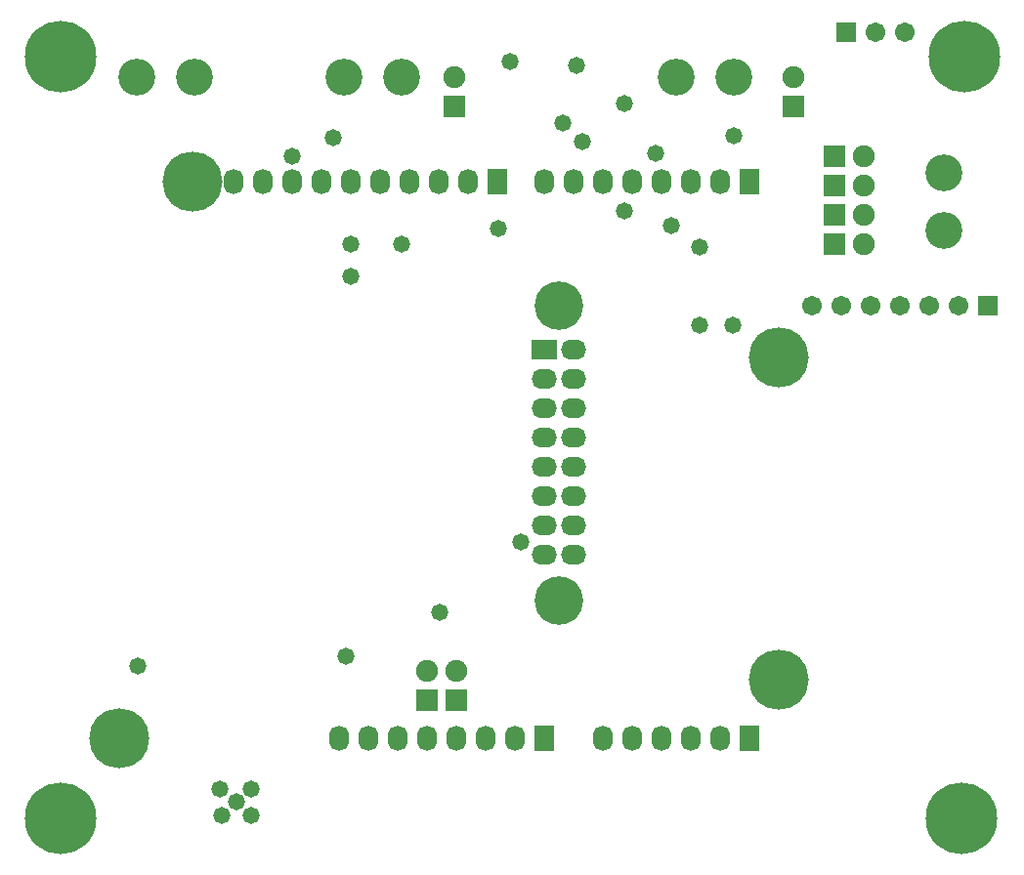
<source format=gbs>
G04*
G04 #@! TF.GenerationSoftware,Altium Limited,Altium Designer,18.0.7 (293)*
G04*
G04 Layer_Color=16711935*
%FSLAX24Y24*%
%MOIN*%
G70*
G01*
G75*
%ADD33R,0.0749X0.0749*%
%ADD34C,0.0749*%
%ADD35C,0.0671*%
%ADD36R,0.0671X0.0671*%
%ADD37C,0.1261*%
%ADD38O,0.0867X0.0671*%
%ADD39R,0.0867X0.0671*%
%ADD40R,0.0749X0.0749*%
%ADD41C,0.1655*%
%ADD42R,0.0671X0.0867*%
%ADD43O,0.0671X0.0867*%
%ADD44C,0.2442*%
%ADD45C,0.2049*%
%ADD46C,0.2049*%
%ADD47O,0.2049X0.2049*%
%ADD48C,0.0580*%
D33*
X28150Y22350D02*
D03*
Y23350D02*
D03*
Y24350D02*
D03*
Y21350D02*
D03*
D34*
X29150Y22350D02*
D03*
Y23350D02*
D03*
Y24350D02*
D03*
Y21350D02*
D03*
X15200Y27050D02*
D03*
X26750D02*
D03*
X15250Y6800D02*
D03*
X14250D02*
D03*
D35*
X27400Y19250D02*
D03*
X28400D02*
D03*
X29400D02*
D03*
X30400D02*
D03*
X32400D02*
D03*
X31400D02*
D03*
X29550Y28600D02*
D03*
X30550D02*
D03*
D36*
X33400Y19250D02*
D03*
X28550Y28600D02*
D03*
D37*
X31900Y23784D02*
D03*
Y21816D02*
D03*
X6334Y27050D02*
D03*
X4366D02*
D03*
X13384D02*
D03*
X11416D02*
D03*
X24734D02*
D03*
X22766D02*
D03*
D38*
X19250Y10750D02*
D03*
X18250D02*
D03*
X19250Y11750D02*
D03*
X18250D02*
D03*
X19250Y12750D02*
D03*
X18250D02*
D03*
X19250Y13750D02*
D03*
X18250D02*
D03*
X19250Y14750D02*
D03*
X18250D02*
D03*
X19250Y15750D02*
D03*
X18250D02*
D03*
X19250Y16750D02*
D03*
X18250D02*
D03*
X19250Y17750D02*
D03*
D39*
X18250D02*
D03*
D40*
X15200Y26050D02*
D03*
X26750D02*
D03*
X15250Y5800D02*
D03*
X14250D02*
D03*
D41*
X18750Y19250D02*
D03*
Y9200D02*
D03*
D42*
X25250Y4500D02*
D03*
Y23500D02*
D03*
X18250Y4500D02*
D03*
X16650Y23500D02*
D03*
D43*
X24250Y4500D02*
D03*
X23250D02*
D03*
X22250D02*
D03*
X21250D02*
D03*
X20250D02*
D03*
X24250Y23500D02*
D03*
X23250D02*
D03*
X22250D02*
D03*
X21250D02*
D03*
X20250D02*
D03*
X19250D02*
D03*
X18250D02*
D03*
X17250Y4500D02*
D03*
X16250D02*
D03*
X15250D02*
D03*
X14250D02*
D03*
X13250D02*
D03*
X12250D02*
D03*
X11250D02*
D03*
X14650Y23500D02*
D03*
X7650D02*
D03*
X8650D02*
D03*
X9650D02*
D03*
X10650D02*
D03*
X11650D02*
D03*
X12650D02*
D03*
X13650D02*
D03*
X15650D02*
D03*
D44*
X1750Y27750D02*
D03*
X32594D02*
D03*
X32500Y1750D02*
D03*
X1750D02*
D03*
D45*
X6250Y23500D02*
D03*
D46*
X26250Y17500D02*
D03*
Y6500D02*
D03*
D47*
X3750Y4500D02*
D03*
D48*
X16700Y21900D02*
D03*
X11050Y25000D02*
D03*
X23550Y21250D02*
D03*
X24700Y18600D02*
D03*
X23550D02*
D03*
X22600Y22000D02*
D03*
X21000Y22500D02*
D03*
X17450Y11200D02*
D03*
X13400Y21350D02*
D03*
X11650Y20250D02*
D03*
X14700Y8800D02*
D03*
X9650Y24350D02*
D03*
X22050Y24450D02*
D03*
X19550Y24850D02*
D03*
X18900Y25500D02*
D03*
X21000Y26150D02*
D03*
X17100Y27600D02*
D03*
X24734Y25050D02*
D03*
X19350Y27450D02*
D03*
X11650Y21350D02*
D03*
X11500Y7300D02*
D03*
X7250Y1850D02*
D03*
X7200Y2750D02*
D03*
X8250Y1850D02*
D03*
Y2750D02*
D03*
X7750Y2313D02*
D03*
X4400Y6950D02*
D03*
M02*

</source>
